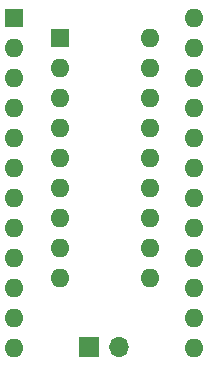
<source format=gbr>
%TF.GenerationSoftware,KiCad,Pcbnew,7.0.6*%
%TF.CreationDate,2023-09-03T23:35:14+01:00*%
%TF.ProjectId,TRSG3JPMod,54525347-334a-4504-9d6f-642e6b696361,rev?*%
%TF.SameCoordinates,Original*%
%TF.FileFunction,Soldermask,Top*%
%TF.FilePolarity,Negative*%
%FSLAX46Y46*%
G04 Gerber Fmt 4.6, Leading zero omitted, Abs format (unit mm)*
G04 Created by KiCad (PCBNEW 7.0.6) date 2023-09-03 23:35:14*
%MOMM*%
%LPD*%
G01*
G04 APERTURE LIST*
%ADD10O,1.600000X1.600000*%
%ADD11R,1.600000X1.600000*%
%ADD12R,1.700000X1.700000*%
%ADD13O,1.700000X1.700000*%
G04 APERTURE END LIST*
D10*
%TO.C,J1*%
X119420000Y-58485000D03*
X119420000Y-61025000D03*
X119420000Y-63565000D03*
X119420000Y-66105000D03*
X119420000Y-68645000D03*
X119420000Y-71185000D03*
X119420000Y-73725000D03*
X119420000Y-76265000D03*
X119420000Y-78805000D03*
X111800000Y-78805000D03*
X111800000Y-76265000D03*
X111800000Y-73725000D03*
X111800000Y-71185000D03*
X111800000Y-68645000D03*
X111800000Y-66105000D03*
X111800000Y-63565000D03*
X111800000Y-61025000D03*
D11*
X111800000Y-58485000D03*
%TD*%
D12*
%TO.C,J2*%
X114325000Y-84625000D03*
D13*
X116865000Y-84625000D03*
%TD*%
D11*
%TO.C,U1*%
X107975000Y-56725000D03*
D10*
X107975000Y-59265000D03*
X107975000Y-61805000D03*
X107975000Y-64345000D03*
X107975000Y-66885000D03*
X107975000Y-69425000D03*
X107975000Y-71965000D03*
X107975000Y-74505000D03*
X107975000Y-77045000D03*
X107975000Y-79585000D03*
X107975000Y-82125000D03*
X107975000Y-84665000D03*
X123215000Y-84665000D03*
X123215000Y-82125000D03*
X123215000Y-79585000D03*
X123215000Y-77045000D03*
X123215000Y-74505000D03*
X123215000Y-71965000D03*
X123215000Y-69425000D03*
X123215000Y-66885000D03*
X123215000Y-64345000D03*
X123215000Y-61805000D03*
X123215000Y-59265000D03*
X123215000Y-56725000D03*
%TD*%
M02*

</source>
